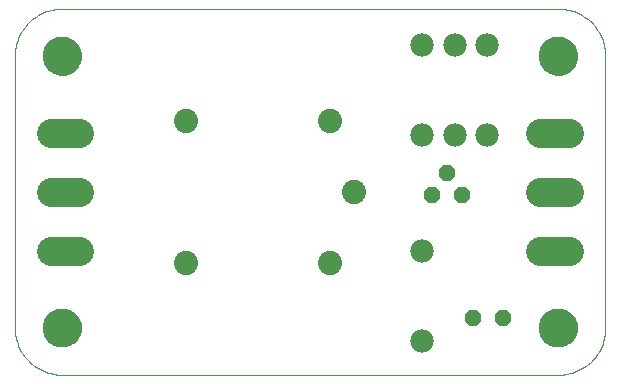
<source format=gbs>
G75*
G70*
%OFA0B0*%
%FSLAX24Y24*%
%IPPOS*%
%LPD*%
%AMOC8*
5,1,8,0,0,1.08239X$1,22.5*
%
%ADD10C,0.0780*%
%ADD11OC8,0.0520*%
%ADD12C,0.0977*%
%ADD13C,0.0808*%
%ADD14C,0.0000*%
%ADD15C,0.1300*%
D10*
X016709Y004538D03*
X016709Y007538D03*
X016709Y011400D03*
X017824Y011400D03*
X018891Y011400D03*
X018891Y014400D03*
X017824Y014400D03*
X016709Y014400D03*
D11*
X017528Y010150D03*
X017028Y009400D03*
X018028Y009400D03*
X018406Y005325D03*
X019406Y005325D03*
D12*
X020656Y007552D02*
X021593Y007552D01*
X021593Y009521D02*
X020656Y009521D01*
X020656Y011489D02*
X021593Y011489D01*
X005284Y011486D02*
X004347Y011486D01*
X004347Y009518D02*
X005284Y009518D01*
X005284Y007549D02*
X004347Y007549D01*
D13*
X008843Y007156D03*
X013646Y007156D03*
X014434Y009518D03*
X013646Y011880D03*
X008843Y011880D03*
D14*
X004709Y003416D02*
X021245Y003416D01*
X020615Y004990D02*
X020617Y005040D01*
X020623Y005090D01*
X020633Y005139D01*
X020647Y005187D01*
X020664Y005234D01*
X020685Y005279D01*
X020710Y005323D01*
X020738Y005364D01*
X020770Y005403D01*
X020804Y005440D01*
X020841Y005474D01*
X020881Y005504D01*
X020923Y005531D01*
X020967Y005555D01*
X021013Y005576D01*
X021060Y005592D01*
X021108Y005605D01*
X021158Y005614D01*
X021207Y005619D01*
X021258Y005620D01*
X021308Y005617D01*
X021357Y005610D01*
X021406Y005599D01*
X021454Y005584D01*
X021500Y005566D01*
X021545Y005544D01*
X021588Y005518D01*
X021629Y005489D01*
X021668Y005457D01*
X021704Y005422D01*
X021736Y005384D01*
X021766Y005344D01*
X021793Y005301D01*
X021816Y005257D01*
X021835Y005211D01*
X021851Y005163D01*
X021863Y005114D01*
X021871Y005065D01*
X021875Y005015D01*
X021875Y004965D01*
X021871Y004915D01*
X021863Y004866D01*
X021851Y004817D01*
X021835Y004769D01*
X021816Y004723D01*
X021793Y004679D01*
X021766Y004636D01*
X021736Y004596D01*
X021704Y004558D01*
X021668Y004523D01*
X021629Y004491D01*
X021588Y004462D01*
X021545Y004436D01*
X021500Y004414D01*
X021454Y004396D01*
X021406Y004381D01*
X021357Y004370D01*
X021308Y004363D01*
X021258Y004360D01*
X021207Y004361D01*
X021158Y004366D01*
X021108Y004375D01*
X021060Y004388D01*
X021013Y004404D01*
X020967Y004425D01*
X020923Y004449D01*
X020881Y004476D01*
X020841Y004506D01*
X020804Y004540D01*
X020770Y004577D01*
X020738Y004616D01*
X020710Y004657D01*
X020685Y004701D01*
X020664Y004746D01*
X020647Y004793D01*
X020633Y004841D01*
X020623Y004890D01*
X020617Y004940D01*
X020615Y004990D01*
X021245Y003415D02*
X021322Y003417D01*
X021399Y003423D01*
X021476Y003432D01*
X021552Y003445D01*
X021628Y003462D01*
X021702Y003483D01*
X021776Y003507D01*
X021848Y003535D01*
X021918Y003566D01*
X021987Y003601D01*
X022055Y003639D01*
X022120Y003680D01*
X022183Y003725D01*
X022244Y003773D01*
X022303Y003823D01*
X022359Y003876D01*
X022412Y003932D01*
X022462Y003991D01*
X022510Y004052D01*
X022555Y004115D01*
X022596Y004180D01*
X022634Y004248D01*
X022669Y004317D01*
X022700Y004387D01*
X022728Y004459D01*
X022752Y004533D01*
X022773Y004607D01*
X022790Y004683D01*
X022803Y004759D01*
X022812Y004836D01*
X022818Y004913D01*
X022820Y004990D01*
X022820Y014046D01*
X020615Y014046D02*
X020617Y014096D01*
X020623Y014146D01*
X020633Y014195D01*
X020647Y014243D01*
X020664Y014290D01*
X020685Y014335D01*
X020710Y014379D01*
X020738Y014420D01*
X020770Y014459D01*
X020804Y014496D01*
X020841Y014530D01*
X020881Y014560D01*
X020923Y014587D01*
X020967Y014611D01*
X021013Y014632D01*
X021060Y014648D01*
X021108Y014661D01*
X021158Y014670D01*
X021207Y014675D01*
X021258Y014676D01*
X021308Y014673D01*
X021357Y014666D01*
X021406Y014655D01*
X021454Y014640D01*
X021500Y014622D01*
X021545Y014600D01*
X021588Y014574D01*
X021629Y014545D01*
X021668Y014513D01*
X021704Y014478D01*
X021736Y014440D01*
X021766Y014400D01*
X021793Y014357D01*
X021816Y014313D01*
X021835Y014267D01*
X021851Y014219D01*
X021863Y014170D01*
X021871Y014121D01*
X021875Y014071D01*
X021875Y014021D01*
X021871Y013971D01*
X021863Y013922D01*
X021851Y013873D01*
X021835Y013825D01*
X021816Y013779D01*
X021793Y013735D01*
X021766Y013692D01*
X021736Y013652D01*
X021704Y013614D01*
X021668Y013579D01*
X021629Y013547D01*
X021588Y013518D01*
X021545Y013492D01*
X021500Y013470D01*
X021454Y013452D01*
X021406Y013437D01*
X021357Y013426D01*
X021308Y013419D01*
X021258Y013416D01*
X021207Y013417D01*
X021158Y013422D01*
X021108Y013431D01*
X021060Y013444D01*
X021013Y013460D01*
X020967Y013481D01*
X020923Y013505D01*
X020881Y013532D01*
X020841Y013562D01*
X020804Y013596D01*
X020770Y013633D01*
X020738Y013672D01*
X020710Y013713D01*
X020685Y013757D01*
X020664Y013802D01*
X020647Y013849D01*
X020633Y013897D01*
X020623Y013946D01*
X020617Y013996D01*
X020615Y014046D01*
X021245Y015621D02*
X021322Y015619D01*
X021399Y015613D01*
X021476Y015604D01*
X021552Y015591D01*
X021628Y015574D01*
X021702Y015553D01*
X021776Y015529D01*
X021848Y015501D01*
X021918Y015470D01*
X021987Y015435D01*
X022055Y015397D01*
X022120Y015356D01*
X022183Y015311D01*
X022244Y015263D01*
X022303Y015213D01*
X022359Y015160D01*
X022412Y015104D01*
X022462Y015045D01*
X022510Y014984D01*
X022555Y014921D01*
X022596Y014856D01*
X022634Y014788D01*
X022669Y014719D01*
X022700Y014649D01*
X022728Y014577D01*
X022752Y014503D01*
X022773Y014429D01*
X022790Y014353D01*
X022803Y014277D01*
X022812Y014200D01*
X022818Y014123D01*
X022820Y014046D01*
X021245Y015620D02*
X004709Y015620D01*
X004079Y014046D02*
X004081Y014096D01*
X004087Y014146D01*
X004097Y014195D01*
X004111Y014243D01*
X004128Y014290D01*
X004149Y014335D01*
X004174Y014379D01*
X004202Y014420D01*
X004234Y014459D01*
X004268Y014496D01*
X004305Y014530D01*
X004345Y014560D01*
X004387Y014587D01*
X004431Y014611D01*
X004477Y014632D01*
X004524Y014648D01*
X004572Y014661D01*
X004622Y014670D01*
X004671Y014675D01*
X004722Y014676D01*
X004772Y014673D01*
X004821Y014666D01*
X004870Y014655D01*
X004918Y014640D01*
X004964Y014622D01*
X005009Y014600D01*
X005052Y014574D01*
X005093Y014545D01*
X005132Y014513D01*
X005168Y014478D01*
X005200Y014440D01*
X005230Y014400D01*
X005257Y014357D01*
X005280Y014313D01*
X005299Y014267D01*
X005315Y014219D01*
X005327Y014170D01*
X005335Y014121D01*
X005339Y014071D01*
X005339Y014021D01*
X005335Y013971D01*
X005327Y013922D01*
X005315Y013873D01*
X005299Y013825D01*
X005280Y013779D01*
X005257Y013735D01*
X005230Y013692D01*
X005200Y013652D01*
X005168Y013614D01*
X005132Y013579D01*
X005093Y013547D01*
X005052Y013518D01*
X005009Y013492D01*
X004964Y013470D01*
X004918Y013452D01*
X004870Y013437D01*
X004821Y013426D01*
X004772Y013419D01*
X004722Y013416D01*
X004671Y013417D01*
X004622Y013422D01*
X004572Y013431D01*
X004524Y013444D01*
X004477Y013460D01*
X004431Y013481D01*
X004387Y013505D01*
X004345Y013532D01*
X004305Y013562D01*
X004268Y013596D01*
X004234Y013633D01*
X004202Y013672D01*
X004174Y013713D01*
X004149Y013757D01*
X004128Y013802D01*
X004111Y013849D01*
X004097Y013897D01*
X004087Y013946D01*
X004081Y013996D01*
X004079Y014046D01*
X003134Y014046D02*
X003136Y014123D01*
X003142Y014200D01*
X003151Y014277D01*
X003164Y014353D01*
X003181Y014429D01*
X003202Y014503D01*
X003226Y014577D01*
X003254Y014649D01*
X003285Y014719D01*
X003320Y014788D01*
X003358Y014856D01*
X003399Y014921D01*
X003444Y014984D01*
X003492Y015045D01*
X003542Y015104D01*
X003595Y015160D01*
X003651Y015213D01*
X003710Y015263D01*
X003771Y015311D01*
X003834Y015356D01*
X003899Y015397D01*
X003967Y015435D01*
X004036Y015470D01*
X004106Y015501D01*
X004178Y015529D01*
X004252Y015553D01*
X004326Y015574D01*
X004402Y015591D01*
X004478Y015604D01*
X004555Y015613D01*
X004632Y015619D01*
X004709Y015621D01*
X003135Y014046D02*
X003135Y004990D01*
X004079Y004990D02*
X004081Y005040D01*
X004087Y005090D01*
X004097Y005139D01*
X004111Y005187D01*
X004128Y005234D01*
X004149Y005279D01*
X004174Y005323D01*
X004202Y005364D01*
X004234Y005403D01*
X004268Y005440D01*
X004305Y005474D01*
X004345Y005504D01*
X004387Y005531D01*
X004431Y005555D01*
X004477Y005576D01*
X004524Y005592D01*
X004572Y005605D01*
X004622Y005614D01*
X004671Y005619D01*
X004722Y005620D01*
X004772Y005617D01*
X004821Y005610D01*
X004870Y005599D01*
X004918Y005584D01*
X004964Y005566D01*
X005009Y005544D01*
X005052Y005518D01*
X005093Y005489D01*
X005132Y005457D01*
X005168Y005422D01*
X005200Y005384D01*
X005230Y005344D01*
X005257Y005301D01*
X005280Y005257D01*
X005299Y005211D01*
X005315Y005163D01*
X005327Y005114D01*
X005335Y005065D01*
X005339Y005015D01*
X005339Y004965D01*
X005335Y004915D01*
X005327Y004866D01*
X005315Y004817D01*
X005299Y004769D01*
X005280Y004723D01*
X005257Y004679D01*
X005230Y004636D01*
X005200Y004596D01*
X005168Y004558D01*
X005132Y004523D01*
X005093Y004491D01*
X005052Y004462D01*
X005009Y004436D01*
X004964Y004414D01*
X004918Y004396D01*
X004870Y004381D01*
X004821Y004370D01*
X004772Y004363D01*
X004722Y004360D01*
X004671Y004361D01*
X004622Y004366D01*
X004572Y004375D01*
X004524Y004388D01*
X004477Y004404D01*
X004431Y004425D01*
X004387Y004449D01*
X004345Y004476D01*
X004305Y004506D01*
X004268Y004540D01*
X004234Y004577D01*
X004202Y004616D01*
X004174Y004657D01*
X004149Y004701D01*
X004128Y004746D01*
X004111Y004793D01*
X004097Y004841D01*
X004087Y004890D01*
X004081Y004940D01*
X004079Y004990D01*
X003134Y004990D02*
X003136Y004913D01*
X003142Y004836D01*
X003151Y004759D01*
X003164Y004683D01*
X003181Y004607D01*
X003202Y004533D01*
X003226Y004459D01*
X003254Y004387D01*
X003285Y004317D01*
X003320Y004248D01*
X003358Y004180D01*
X003399Y004115D01*
X003444Y004052D01*
X003492Y003991D01*
X003542Y003932D01*
X003595Y003876D01*
X003651Y003823D01*
X003710Y003773D01*
X003771Y003725D01*
X003834Y003680D01*
X003899Y003639D01*
X003967Y003601D01*
X004036Y003566D01*
X004106Y003535D01*
X004178Y003507D01*
X004252Y003483D01*
X004326Y003462D01*
X004402Y003445D01*
X004478Y003432D01*
X004555Y003423D01*
X004632Y003417D01*
X004709Y003415D01*
D15*
X004709Y004990D03*
X004709Y014046D03*
X021245Y014046D03*
X021245Y004990D03*
M02*

</source>
